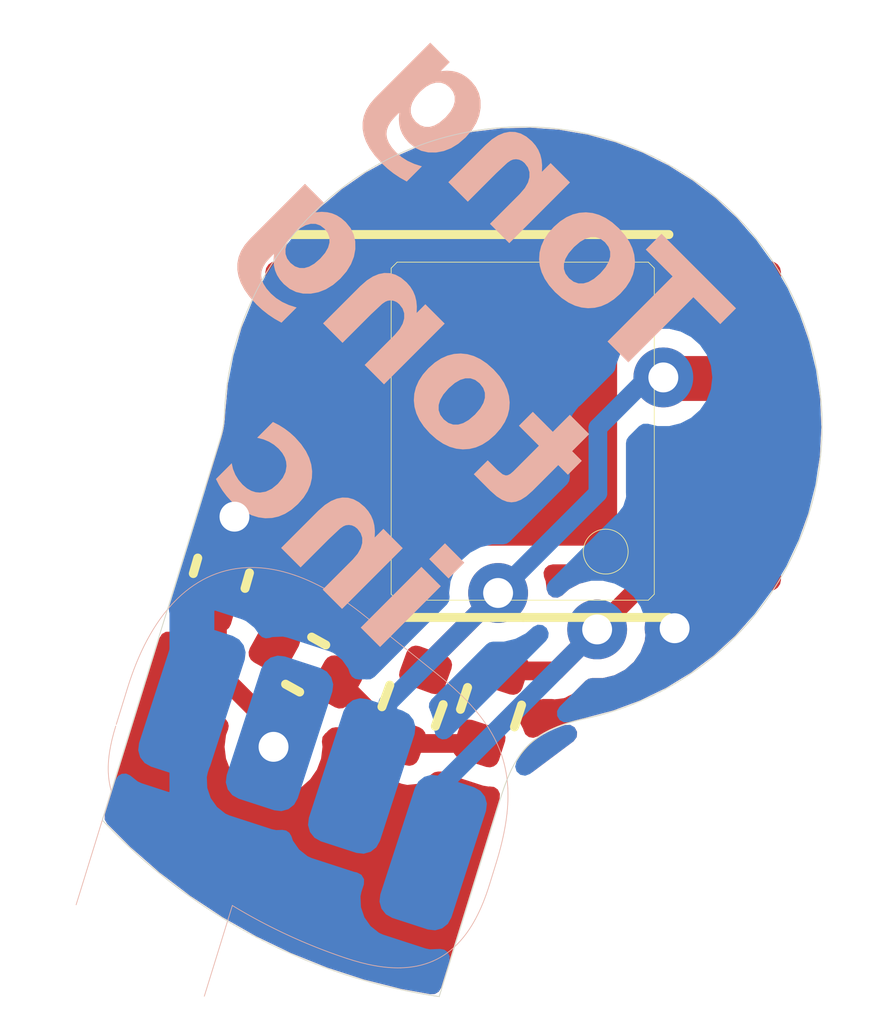
<source format=kicad_pcb>
(kicad_pcb (version 20221018) (generator pcbnew)
  (layers (0 "F.Cu" signal) (1 "In1.Cu" signal) (2 "In2.Cu" signal) (31 "B.Cu" signal) (34 "B.Paste" user) (35 "F.Paste" user) (36 "B.SilkS" user "B.Silkscreen") (37 "F.SilkS" user "F.Silkscreen") (38 "B.Mask" user) (39 "F.Mask" user) (44 "Edge.Cuts" user))
  (net 0 "")
  (net 1 "VDD")
  (net 2 "GND")
  (net 3 "SCL")
  (net 4 "SDA")
  (footprint "Capacitor_SMD:C_0402_1005Metric" (layer "F.Cu") (at 77.09 43.19 151)
    (fp_text reference "C2" hide)
    (fp_text value "1uF")
    (fp_line (start -0.107836 -0.36) (end 0.107836 -0.36) (stroke (width 0.12)) (layer "F.SilkS"))
    (fp_line (start -0.107836 0.36) (end 0.107836 0.36) (stroke (width 0.12)) (layer "F.SilkS"))
    (pad "1" smd roundrect (at -0.48 0 151) (size 0.56 0.62) (layers "F.Cu" "F.Paste" "F.Mask") (net 1 "VDD"))
    (pad "2" smd roundrect (at 0.48 0 151) (size 0.56 0.62) (layers "F.Cu" "F.Paste" "F.Mask") (net 2 "GND"))
  )
  (footprint "Capacitor_SMD:C_0402_1005Metric" (layer "F.Cu") (at 75.962303 41.968593 74)
    (fp_text reference "C1" hide)
    (fp_text value "100nF")
    (fp_line (start -0.107836 -0.36) (end 0.107836 -0.36) (stroke (width 0.12)) (layer "F.SilkS"))
    (fp_line (start -0.107836 0.36) (end 0.107836 0.36) (stroke (width 0.12)) (layer "F.SilkS"))
    (pad "1" smd roundrect (at -0.48 0 74) (size 0.56 0.62) (layers "F.Cu" "F.Paste" "F.Mask") (net 1 "VDD"))
    (pad "2" smd roundrect (at 0.48 0 74) (size 0.56 0.62) (layers "F.Cu" "F.Paste" "F.Mask") (net 2 "GND"))
  )
  (footprint "Resistor_SMD:R_0402_1005Metric" (layer "F.Cu") (at 78.52 43.74 70)
    (fp_text reference "R1" hide)
    (fp_text value "4.7K")
    (fp_line (start -0.153641 -0.38) (end 0.153641 -0.38) (stroke (width 0.12)) (layer "F.SilkS"))
    (fp_line (start -0.153641 0.38) (end 0.153641 0.38) (stroke (width 0.12)) (layer "F.SilkS"))
    (pad "1" smd roundrect (at -0.51 0 70) (size 0.54 0.64) (layers "F.Cu" "F.Paste" "F.Mask") (net 1 "VDD"))
    (pad "2" smd roundrect (at 0.51 0 70) (size 0.54 0.64) (layers "F.Cu" "F.Paste" "F.Mask") (net 3 "SCL"))
  )
  (footprint "" (layer "F.Cu") (at 78.796126 45.704129)
    (fp_text reference "" (at 0 0) (layer "F.SilkS") (effects (font (size 1.27 1.27))))
    (fp_text value "" (at 0 0) (layer "F.SilkS") (effects (font (size 1.27 1.27))))
    (pad "9" smd roundrect (at 0 0 162) (size 1 2) (layers "B.Cu" "B.Mask") (net 4 "SDA"))
  )
  (footprint "Resistor_SMD:R_0402_1005Metric" (layer "F.Cu") (at 79.57 43.76 72)
    (fp_text reference "R2" hide)
    (fp_text value "4.7K")
    (fp_line (start -0.153641 -0.38) (end 0.153641 -0.38) (stroke (width 0.12)) (layer "F.SilkS"))
    (fp_line (start -0.153641 0.38) (end 0.153641 0.38) (stroke (width 0.12)) (layer "F.SilkS"))
    (pad "1" smd roundrect (at -0.51 0 72) (size 0.54 0.64) (layers "F.Cu" "F.Paste" "F.Mask") (net 1 "VDD"))
    (pad "2" smd roundrect (at 0.51 0 72) (size 0.54 0.64) (layers "F.Cu" "F.Paste" "F.Mask") (net 4 "SDA"))
  )
  (footprint "" (layer "F.Cu") (at 77.84 44.68)
    (fp_text reference "" (at 0 0) (layer "F.SilkS") (effects (font (size 1.27 1.27))))
    (fp_text value "" (at 0 0) (layer "F.SilkS") (effects (font (size 1.27 1.27))))
    (pad "9" smd roundrect (at 0 0 162) (size 1 2) (layers "B.Cu" "B.Mask") (net 3 "SCL"))
  )
  (footprint "" (layer "F.Cu") (at 76.74 44.11)
    (fp_text reference "" (at 0 0) (layer "F.SilkS") (effects (font (size 1.27 1.27))))
    (fp_text value "" (at 0 0) (layer "F.SilkS") (effects (font (size 1.27 1.27))))
    (pad "9" smd roundrect (at 0 0 162) (size 1 2) (layers "B.Cu" "B.Mask") (net 1 "VDD"))
  )
  (footprint "Package_SO:SOIC-8-1EP_3.9x4.9mm_P1.27mm_EP2.514x3.2mm" (layer "F.Cu") (at 80 40)
    (fp_text reference "U1" hide)
    (fp_text value "AS5600")
    (fp_line (start 0 -2.56) (end -3.45 -2.56) (stroke (width 0.12)) (layer "F.SilkS"))
    (fp_line (start 0 -2.56) (end 1.95 -2.56) (stroke (width 0.12)) (layer "F.SilkS"))
    (fp_line (start 0 2.56) (end -1.95 2.56) (stroke (width 0.12)) (layer "F.SilkS"))
    (fp_line (start 0 2.56) (end 1.95 2.56) (stroke (width 0.12)) (layer "F.SilkS"))
    (pad "1" smd roundrect (at -2.6375 -1.905) (size 1.625 0.6) (layers "F.Cu" "F.Paste" "F.Mask") (net 1 "VDD"))
    (pad "2" smd roundrect (at -2.6375 -0.635) (size 1.625 0.6) (layers "F.Cu" "F.Paste" "F.Mask") (net 1 "VDD"))
    (pad "3" smd roundrect (at -2.6375 0.635) (size 1.625 0.6) (layers "F.Cu" "F.Paste" "F.Mask"))
    (pad "4" smd roundrect (at -2.6375 1.905) (size 1.625 0.6) (layers "F.Cu" "F.Paste" "F.Mask") (net 2 "GND"))
    (pad "5" smd roundrect (at 2.6375 1.905) (size 1.625 0.6) (layers "F.Cu" "F.Paste" "F.Mask") (net 2 "GND"))
    (pad "6" smd roundrect (at 2.6375 0.635) (size 1.625 0.6) (layers "F.Cu" "F.Paste" "F.Mask") (net 4 "SDA"))
    (pad "7" smd roundrect (at 2.6375 -0.635) (size 1.625 0.6) (layers "F.Cu" "F.Paste" "F.Mask") (net 3 "SCL"))
    (pad "8" smd roundrect (at 2.6375 -1.905) (size 1.625 0.6) (layers "F.Cu" "F.Paste" "F.Mask"))
    (pad "9" smd rect (at 0 0) (size 2.514 3.2) (layers "F.Cu" "F.Mask"))
  )
  (footprint "" (layer "B.Cu") (at 75.567872 43.681249 162)
    (fp_text reference "" (at 0 0 162) (layer "B.SilkS") (effects (font (size 1.27 1.27)) (justify mirror)))
    (fp_text value "" (at 0 0 162) (layer "B.SilkS") (effects (font (size 1.27 1.27)) (justify mirror)))
    (pad "9" smd roundrect (at 0 0 162) (size 1 2) (layers "B.Cu" "B.Mask") (net 2 "GND"))
  )
  (gr_curve (pts (xy 76.946682 41.995998) (xy 77.27987 42.111284) (xy 77.593562 42.309436) (xy 77.869454 42.530719)) (stroke (width 0.01)) (layer "B.SilkS"))
  (gr_curve (pts (xy 79.120799 46.926595) (xy 79.026788 47.022276) (xy 78.919547 47.098926) (xy 78.79679 47.153073)) (stroke (width 0.01)) (layer "B.SilkS"))
  (gr_line (start 74.018545 46.402077) (end 74.489179 44.881465) (stroke (width 0.01)) (layer "B.SilkS"))
  (gr_curve (pts (xy 79.638569 44.220757) (xy 79.563249 44.063939) (xy 79.464186 43.921187) (xy 79.35134 43.789478)) (stroke (width 0.01)) (layer "B.SilkS"))
  (gr_curve (pts (xy 78.360495 47.245297) (xy 78.133391 47.250716) (xy 77.890707 47.202081) (xy 77.642802 47.120008)) (stroke (width 0.01)) (layer "B.SilkS"))
  (gr_curve (pts (xy 79.359695 46.596412) (xy 79.294679 46.716052) (xy 79.216308 46.82939) (xy 79.120799 46.926595)) (stroke (width 0.01)) (layer "B.SilkS"))
  (gr_curve (pts (xy 75.773129 42.026057) (xy 75.93655 41.947372) (xy 76.110035 41.903778) (xy 76.291183 41.89423)) (stroke (width 0.01)) (layer "B.SilkS"))
  (gr_curve (pts (xy 79.547175 46.139514) (xy 79.498846 46.295666) (xy 79.437842 46.452608) (xy 79.359695 46.596412)) (stroke (width 0.01)) (layer "B.SilkS"))
  (gr_line (start 77.869454 42.530719) (end 78.86573 43.329793) (stroke (width 0.01)) (layer "B.SilkS"))
  (gr_line (start 74.555647 43.990262) (end 74.70752 43.499558) (stroke (width 0.01)) (layer "B.SilkS"))
  (gr_curve (pts (xy 76.291183 41.89423) (xy 76.514119 41.882479) (xy 76.735449 41.92291) (xy 76.946682 41.995998)) (stroke (width 0.01)) (layer "B.SilkS"))
  (gr_curve (pts (xy 79.637363 45.848118) (xy 79.758981 45.455169) (xy 79.809482 45.129565) (xy 79.7947 44.842324)) (stroke (width 0.01)) (layer "B.SilkS"))
  (gr_curve (pts (xy 74.70752 43.499558) (xy 74.775862 43.278744) (xy 74.8624 43.059378) (xy 74.971844 42.855979)) (stroke (width 0.01)) (layer "B.SilkS"))
  (gr_line (start 79.637363 45.848118) (end 79.547175 46.139514) (stroke (width 0.01)) (layer "B.SilkS"))
  (gr_curve (pts (xy 74.450014 44.65011) (xy 74.454615 44.730223) (xy 74.467496 44.806898) (xy 74.489179 44.881465)) (stroke (width 0.01)) (layer "B.SilkS"))
  (gr_curve (pts (xy 79.7947 44.842324) (xy 79.783429 44.623297) (xy 79.733641 44.418696) (xy 79.638569 44.220757)) (stroke (width 0.01)) (layer "B.SilkS"))
  (gr_curve (pts (xy 78.79679 47.153073) (xy 78.658546 47.214051) (xy 78.511451 47.241694) (xy 78.360495 47.245297)) (stroke (width 0.01)) (layer "B.SilkS"))
  (gr_arc (start 77.642802 47.120008) (mid 76.85596 46.80925) (end 76.109119 46.411859) (stroke (width 0.01)) (layer "B.SilkS"))
  (gr_curve (pts (xy 75.32998 42.353332) (xy 75.458634 42.219296) (xy 75.605848 42.1066) (xy 75.773129 42.026057)) (stroke (width 0.01)) (layer "B.SilkS"))
  (gr_curve (pts (xy 79.35134 43.789478) (xy 79.20739 43.621467) (xy 79.037215 43.467334) (xy 78.86573 43.329793)) (stroke (width 0.01)) (layer "B.SilkS"))
  (gr_curve (pts (xy 74.548818 44.012326) (xy 74.471125 44.26335) (xy 74.439596 44.468682) (xy 74.450014 44.65011)) (stroke (width 0.01)) (layer "B.SilkS"))
  (gr_curve (pts (xy 74.971844 42.855979) (xy 75.069423 42.67463) (xy 75.187493 42.501779) (xy 75.32998 42.353332)) (stroke (width 0.01)) (layer "B.SilkS"))
  (gr_line (start 76.109119 46.411859) (end 75.733723 47.624761) (stroke (width 0.01)) (layer "B.SilkS"))
  (gr_line (start 81.754728 42.249256) (end 81.754728 37.889085) (stroke (width 0.01)) (layer "F.SilkS"))
  (gr_line (start 75.938235 40.199554) (end 74.369091 45.269467) (stroke (width 0.01)) (layer "F.SilkS"))
  (gr_curve (pts (xy 79.939142 44.428351) (xy 79.850267 44.559197) (xy 79.776026 44.723654) (xy 79.709643 44.938137)) (stroke (width 0.01)) (layer "F.SilkS"))
  (gr_line (start 78.234385 42.249256) (end 78.314471 42.329342) (stroke (width 0.01)) (layer "F.SilkS"))
  (gr_line (start 81.754728 37.889085) (end 81.674642 37.808999) (stroke (width 0.01)) (layer "F.SilkS"))
  (gr_circle (center 81.104728 41.679342) (end 81.404728 41.679342) (stroke (width 0.01)) (fill none) (layer "F.SilkS"))
  (gr_curve (pts (xy 75.985596 40.01333) (xy 75.995003 39.959284) (xy 76.000356 39.902567) (xy 76.003943 39.822055)) (stroke (width 0.01)) (layer "F.SilkS"))
  (gr_line (start 78.876598 47.62971) (end 79.709643 44.938137) (stroke (width 0.01)) (layer "F.SilkS"))
  (gr_line (start 81.674642 42.329342) (end 81.754728 42.249256) (stroke (width 0.01)) (layer "F.SilkS"))
  (gr_line (start 78.314471 42.329342) (end 81.674642 42.329342) (stroke (width 0.01)) (layer "F.SilkS"))
  (gr_line (start 78.314471 37.808999) (end 78.234385 37.889085) (stroke (width 0.01)) (layer "F.SilkS"))
  (gr_curve (pts (xy 80.236162 44.135724) (xy 80.115701 44.213839) (xy 80.019665 44.3098) (xy 79.939142 44.428351)) (stroke (width 0.01)) (layer "F.SilkS"))
  (gr_arc (start 76.003943 39.822055) (mid 82.585445 36.947948) (end 80.832593 43.912442) (stroke (width 0.01)) (layer "F.SilkS"))
  (gr_curve (pts (xy 80.832593 43.912442) (xy 80.577199 43.966793) (xy 80.386469 44.038254) (xy 80.236162 44.135724)) (stroke (width 0.01)) (layer "F.SilkS"))
  (gr_curve (pts (xy 75.938235 40.199554) (xy 75.962063 40.122566) (xy 75.976189 40.067375) (xy 75.985596 40.01333)) (stroke (width 0.01)) (layer "F.SilkS"))
  (gr_line (start 78.234385 37.889085) (end 78.234385 42.249256) (stroke (width 0.01)) (layer "F.SilkS"))
  (gr_line (start 81.674642 37.808999) (end 78.314471 37.808999) (stroke (width 0.01)) (layer "F.SilkS"))
  (gr_arc (start 78.876598 47.62971) (mid 76.422588 46.832031) (end 74.369091 45.269467) (stroke (width 0.01)) (layer "F.SilkS"))
  (gr_curve (pts (xy 80.832613 43.912385) (xy 80.06 44.09) (xy 79.9 44.38) (xy 79.709663 44.93808)) (stroke (width 0.01)) (layer "Edge.Cuts"))
  (gr_curve (pts (xy 75.985616 40.013273) (xy 75.995023 39.959227) (xy 76.000376 39.90251) (xy 76.003963 39.821998)) (stroke (width 0.01)) (layer "Edge.Cuts"))
  (gr_arc (start 78.876618 47.629653) (mid 76.422608 46.831974) (end 74.369111 45.26941) (stroke (width 0.01)) (layer "Edge.Cuts"))
  (gr_line (start 75.938255 40.199497) (end 74.369111 45.26941) (stroke (width 0.01)) (layer "Edge.Cuts"))
  (gr_line (start 78.876618 47.629653) (end 79.709663 44.93808) (stroke (width 0.01)) (layer "Edge.Cuts"))
  (gr_arc (start 76.003963 39.821998) (mid 82.585465 36.947891) (end 80.832613 43.912385) (stroke (width 0.01)) (layer "Edge.Cuts"))
  (gr_curve (pts (xy 75.938255 40.199497) (xy 75.962083 40.122509) (xy 75.976209 40.067318) (xy 75.985616 40.013273)) (stroke (width 0.01)) (layer "Edge.Cuts"))
  (gr_text "Tong\ntong\ninc" (at 78.03 43.26 315) (layer "B.SilkS") (effects (font (size 1.5 1.5) (thickness 0.3) bold) (justify left bottom mirror)))
  (segment (start 77.3625 38.095) (end 77.3625 39.365) (width 0.25) (layer "F.Cu") (net 1))
  (segment (start 75.91 42.510002) (end 75.829997 42.429999) (width 0.25) (layer "F.Cu") (net 1))
  (segment (start 77.509817 43.422709) (end 77.132526 43.8) (width 0.25) (layer "F.Cu") (net 1))
  (segment (start 77.549036 43.422709) (end 78.34557 44.219243) (width 0.25) (layer "F.Cu") (net 1))
  (segment (start 77.509817 43.422709) (end 77.549036 43.422709) (width 0.25) (layer "F.Cu") (net 1))
  (segment (start 78.483343 40.120332) (end 78.483343 42.449183) (width 0.25) (layer "F.Cu") (net 1))
  (segment (start 76.89 43.8) (end 76.89 44.06) (width 0.25) (layer "F.Cu") (net 1))
  (segment (start 76.89 44.06) (end 76.66 44.29) (width 0.25) (layer "F.Cu") (net 1))
  (segment (start 77.3625 39.365) (end 77.728011 39.365) (width 0.25) (layer "F.Cu") (net 1))
  (segment (start 75.91 43.28) (end 75.91 42.510002) (width 0.25) (layer "F.Cu") (net 1))
  (segment (start 76.43 43.8) (end 75.91 43.28) (width 0.25) (layer "F.Cu") (net 1))
  (segment (start 78.371366 44.245039) (end 78.34557 44.219243) (width 0.25) (layer "F.Cu") (net 1))
  (segment (start 77.728011 39.365) (end 78.483343 40.120332) (width 0.25) (layer "F.Cu") (net 1))
  (segment (start 79.412401 44.245039) (end 78.371366 44.245039) (width 0.25) (layer "F.Cu") (net 1))
  (segment (start 78.483343 42.449183) (end 77.509817 43.422709) (width 0.25) (layer "F.Cu") (net 1))
  (segment (start 76.89 43.8) (end 76.43 43.8) (width 0.25) (layer "F.Cu") (net 1))
  (segment (start 77.132526 43.8) (end 76.89 43.8) (width 0.25) (layer "F.Cu") (net 1))
  (via (at 76.66 44.29) (size 0.8) (drill 0.4) (layers "F.Cu" "B.Cu") (net 1))
  (segment (start 76.66 43.731344) (end 76.964196 43.427148) (width 0.25) (layer "B.Cu") (net 1))
  (segment (start 76.66 44.29) (end 76.66 43.731344) (width 0.25) (layer "B.Cu") (net 1))
  (segment (start 76.094609 41.507187) (end 76.094609 41.254847) (width 0.25) (layer "F.Cu") (net 2))
  (segment (start 76.670183 42.957291) (end 77.3625 42.264974) (width 0.25) (layer "F.Cu") (net 2))
  (segment (start 82.6375 41.905) (end 82.6375 42.092987) (width 0.25) (layer "F.Cu") (net 2))
  (segment (start 82.6375 42.092987) (end 82.026358 42.704129) (width 0.25) (layer "F.Cu") (net 2))
  (segment (start 76.094609 41.507187) (end 76.964687 41.507187) (width 0.25) (layer "F.Cu") (net 2))
  (segment (start 76.964687 41.507187) (end 77.3625 41.905) (width 0.25) (layer "F.Cu") (net 2))
  (segment (start 76.094609 41.254847) (end 76.137221 41.212235) (width 0.25) (layer "F.Cu") (net 2))
  (segment (start 77.3625 42.264974) (end 77.3625 41.905) (width 0.25) (layer "F.Cu") (net 2))
  (via (at 76.137221 41.212235) (size 0.8) (drill 0.4) (layers "F.Cu" "B.Cu") (net 2))
  (via (at 82.026358 42.704129) (size 0.8) (drill 0.4) (layers "F.Cu" "B.Cu") (net 2))
  (segment (start 78.69443 43.260757) (end 78.69443 43.203138) (width 0.25) (layer "F.Cu") (net 3))
  (segment (start 78.69443 43.203138) (end 79.664848 42.23272) (width 0.25) (layer "F.Cu") (net 3))
  (segment (start 82.623063 39.350563) (end 82.6375 39.365) (width 0.25) (layer "F.Cu") (net 3))
  (segment (start 81.875695 39.350563) (end 82.623063 39.350563) (width 0.25) (layer "F.Cu") (net 3))
  (via (at 79.664848 42.23272) (size 0.8) (drill 0.4) (layers "F.Cu" "B.Cu") (net 3))
  (via (at 81.875695 39.350563) (size 0.8) (drill 0.4) (layers "F.Cu" "B.Cu") (net 3))
  (segment (start 77.970164 44.355542) (end 78.19 44.135706) (width 0.25) (layer "B.Cu") (net 3))
  (segment (start 81.67131 39.350563) (end 81.875695 39.350563) (width 0.25) (layer "B.Cu") (net 3))
  (segment (start 78.19 43.707568) (end 79.664848 42.23272) (width 0.25) (layer "B.Cu") (net 3))
  (segment (start 79.664848 42.23272) (end 81 40.897568) (width 0.25) (layer "B.Cu") (net 3))
  (segment (start 78.19 44.135706) (end 78.19 43.707568) (width 0.25) (layer "B.Cu") (net 3))
  (segment (start 81 40.021873) (end 81.67131 39.350563) (width 0.25) (layer "B.Cu") (net 3))
  (segment (start 81 40.897568) (end 81 40.021873) (width 0.25) (layer "B.Cu") (net 3))
  (segment (start 81.517663 41.095969) (end 81.978632 40.635) (width 0.25) (layer "F.Cu") (net 4))
  (segment (start 81.517663 41.095969) (end 81.517663 42.192337) (width 0.25) (layer "F.Cu") (net 4))
  (segment (start 81.517663 42.192337) (end 80.99 42.72) (width 0.25) (layer "F.Cu") (net 4))
  (segment (start 81.978632 40.635) (end 82.6375 40.635) (width 0.25) (layer "F.Cu") (net 4))
  (segment (start 79.727599 43.274961) (end 80.435039 43.274961) (width 0.25) (layer "F.Cu") (net 4))
  (segment (start 80.435039 43.274961) (end 80.99 42.72) (width 0.25) (layer "F.Cu") (net 4))
  (via (at 80.99 42.72) (size 0.8) (drill 0.4) (layers "F.Cu" "B.Cu") (net 4))
  (segment (start 80.99 42.72) (end 78.796126 44.913874) (width 0.25) (layer "B.Cu") (net 4))
  (segment (start 78.796126 44.913874) (end 78.796126 45.704129) (width 0.25) (layer "B.Cu") (net 4))
  (zone (net 2) (net_name "GND") (layers "F&B.Cu") (connect_pads (clearance 0.25)) (min_thickness 0.25) (fill yes (thermal_gap 0.25) (thermal_bridge_width 0.6) (island_removal_mode 1) (island_area_min 10))
    (polygon (pts (xy 73 35) (xy 85 35) (xy 85 48) (xy 73 48)))
  )
)
</source>
